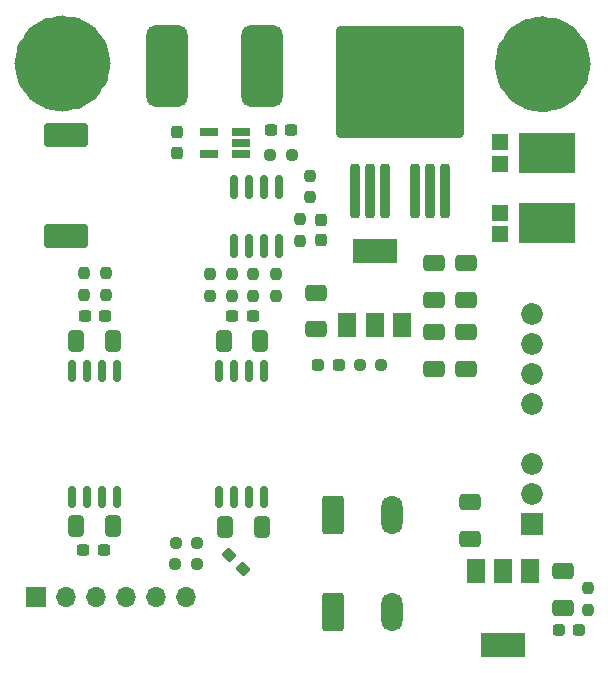
<source format=gbr>
%TF.GenerationSoftware,KiCad,Pcbnew,7.0.5*%
%TF.CreationDate,2025-04-14T03:26:47-04:00*%
%TF.ProjectId,okay_this_one_is_not_work,6f6b6179-5f74-4686-9973-5f6f6e655f69,rev?*%
%TF.SameCoordinates,Original*%
%TF.FileFunction,Soldermask,Top*%
%TF.FilePolarity,Negative*%
%FSLAX46Y46*%
G04 Gerber Fmt 4.6, Leading zero omitted, Abs format (unit mm)*
G04 Created by KiCad (PCBNEW 7.0.5) date 2025-04-14 03:26:47*
%MOMM*%
%LPD*%
G01*
G04 APERTURE LIST*
G04 Aperture macros list*
%AMRoundRect*
0 Rectangle with rounded corners*
0 $1 Rounding radius*
0 $2 $3 $4 $5 $6 $7 $8 $9 X,Y pos of 4 corners*
0 Add a 4 corners polygon primitive as box body*
4,1,4,$2,$3,$4,$5,$6,$7,$8,$9,$2,$3,0*
0 Add four circle primitives for the rounded corners*
1,1,$1+$1,$2,$3*
1,1,$1+$1,$4,$5*
1,1,$1+$1,$6,$7*
1,1,$1+$1,$8,$9*
0 Add four rect primitives between the rounded corners*
20,1,$1+$1,$2,$3,$4,$5,0*
20,1,$1+$1,$4,$5,$6,$7,0*
20,1,$1+$1,$6,$7,$8,$9,0*
20,1,$1+$1,$8,$9,$2,$3,0*%
G04 Aperture macros list end*
%ADD10C,4.066707*%
%ADD11R,1.700000X1.700000*%
%ADD12O,1.700000X1.700000*%
%ADD13R,1.500000X2.000000*%
%ADD14R,3.800000X2.000000*%
%ADD15RoundRect,0.250000X-0.650000X0.412500X-0.650000X-0.412500X0.650000X-0.412500X0.650000X0.412500X0*%
%ADD16RoundRect,0.250000X-0.650000X-1.400000X0.650000X-1.400000X0.650000X1.400000X-0.650000X1.400000X0*%
%ADD17O,1.800000X3.300000*%
%ADD18RoundRect,0.250000X0.650000X-0.412500X0.650000X0.412500X-0.650000X0.412500X-0.650000X-0.412500X0*%
%ADD19RoundRect,0.237500X-0.237500X0.250000X-0.237500X-0.250000X0.237500X-0.250000X0.237500X0.250000X0*%
%ADD20RoundRect,0.237500X-0.287500X-0.237500X0.287500X-0.237500X0.287500X0.237500X-0.287500X0.237500X0*%
%ADD21RoundRect,0.150000X0.150000X-0.750000X0.150000X0.750000X-0.150000X0.750000X-0.150000X-0.750000X0*%
%ADD22RoundRect,0.250002X5.149998X-4.449998X5.149998X4.449998X-5.149998X4.449998X-5.149998X-4.449998X0*%
%ADD23RoundRect,0.200000X0.200000X-2.100000X0.200000X2.100000X-0.200000X2.100000X-0.200000X-2.100000X0*%
%ADD24RoundRect,0.150000X-0.150000X0.825000X-0.150000X-0.825000X0.150000X-0.825000X0.150000X0.825000X0*%
%ADD25RoundRect,0.150000X-0.150000X0.750000X-0.150000X-0.750000X0.150000X-0.750000X0.150000X0.750000X0*%
%ADD26R,1.560000X0.650000*%
%ADD27RoundRect,0.237500X0.250000X0.237500X-0.250000X0.237500X-0.250000X-0.237500X0.250000X-0.237500X0*%
%ADD28RoundRect,0.237500X-0.250000X-0.237500X0.250000X-0.237500X0.250000X0.237500X-0.250000X0.237500X0*%
%ADD29RoundRect,0.237500X0.237500X-0.250000X0.237500X0.250000X-0.237500X0.250000X-0.237500X-0.250000X0*%
%ADD30RoundRect,0.875000X-0.875000X-2.625000X0.875000X-2.625000X0.875000X2.625000X-0.875000X2.625000X0*%
%ADD31C,1.850000*%
%ADD32R,1.850000X1.850000*%
%ADD33RoundRect,0.250000X-1.625000X0.750000X-1.625000X-0.750000X1.625000X-0.750000X1.625000X0.750000X0*%
%ADD34R,1.400000X1.390000*%
%ADD35R,4.860000X3.360000*%
%ADD36RoundRect,0.250000X-0.412500X-0.650000X0.412500X-0.650000X0.412500X0.650000X-0.412500X0.650000X0*%
%ADD37RoundRect,0.237500X-0.237500X0.300000X-0.237500X-0.300000X0.237500X-0.300000X0.237500X0.300000X0*%
%ADD38RoundRect,0.237500X-0.380070X0.044194X0.044194X-0.380070X0.380070X-0.044194X-0.044194X0.380070X0*%
%ADD39RoundRect,0.237500X-0.300000X-0.237500X0.300000X-0.237500X0.300000X0.237500X-0.300000X0.237500X0*%
%ADD40RoundRect,0.237500X0.300000X0.237500X-0.300000X0.237500X-0.300000X-0.237500X0.300000X-0.237500X0*%
%ADD41RoundRect,0.250000X0.412500X0.650000X-0.412500X0.650000X-0.412500X-0.650000X0.412500X-0.650000X0*%
G04 APERTURE END LIST*
D10*
X29938147Y-22812298D02*
G75*
G03*
X29938147Y-22812298I-2033353J0D01*
G01*
X70589220Y-22868554D02*
G75*
G03*
X70589220Y-22868554I-2033353J0D01*
G01*
D11*
%TO.C,J1*%
X25633975Y-68011322D03*
D12*
X28173975Y-68011322D03*
X30713975Y-68011322D03*
X33253975Y-68011322D03*
X35793975Y-68011322D03*
X38333975Y-68011322D03*
%TD*%
D13*
%TO.C,U7*%
X67515489Y-65758813D03*
D14*
X65215489Y-72058813D03*
D13*
X65215489Y-65758813D03*
X62915489Y-65758813D03*
%TD*%
D15*
%TO.C,C18*%
X59384398Y-45530500D03*
X59384398Y-48655500D03*
%TD*%
D16*
%TO.C,J2*%
X50828198Y-61060500D03*
X50828198Y-69260500D03*
D17*
X55828198Y-61060500D03*
X55828198Y-69260500D03*
%TD*%
D15*
%TO.C,C17*%
X62096168Y-45525670D03*
X62096168Y-48650670D03*
%TD*%
D18*
%TO.C,C16*%
X62447327Y-63036954D03*
X62447327Y-59911954D03*
%TD*%
%TO.C,C15*%
X59333598Y-39713900D03*
X59333598Y-42838900D03*
%TD*%
D19*
%TO.C,R14*%
X72364585Y-67233606D03*
X72364585Y-69058606D03*
%TD*%
D20*
%TO.C,D4*%
X69918661Y-70810843D03*
X71668661Y-70810843D03*
%TD*%
D21*
%TO.C,U6*%
X41173403Y-48854600D03*
X42443403Y-48854600D03*
X43713403Y-48854600D03*
X44983403Y-48854600D03*
X44983403Y-59504600D03*
X43713403Y-59504600D03*
X42443403Y-59504600D03*
X41173403Y-59504600D03*
%TD*%
D22*
%TO.C,U5*%
X56458119Y-24417590D03*
D23*
X60268119Y-33567590D03*
X58998119Y-33567590D03*
X57728119Y-33567590D03*
X55188119Y-33567590D03*
X53918119Y-33567590D03*
X52648119Y-33567590D03*
%TD*%
D13*
%TO.C,U4*%
X56629798Y-44985200D03*
X54329798Y-44985200D03*
D14*
X54329798Y-38685200D03*
D13*
X52029798Y-44985200D03*
%TD*%
D24*
%TO.C,U3*%
X46242220Y-38236664D03*
X44972220Y-38236664D03*
X43702220Y-38236664D03*
X42432220Y-38236664D03*
X42432220Y-33286664D03*
X43702220Y-33286664D03*
X44972220Y-33286664D03*
X46242220Y-33286664D03*
%TD*%
D25*
%TO.C,U2*%
X32536598Y-59530000D03*
X31266598Y-59530000D03*
X29996598Y-59530000D03*
X28726598Y-59530000D03*
X28726598Y-48880000D03*
X29996598Y-48880000D03*
X31266598Y-48880000D03*
X32536598Y-48880000D03*
%TD*%
D26*
%TO.C,U1*%
X40302121Y-30477356D03*
X40302121Y-28577356D03*
X43002121Y-28577356D03*
X43002121Y-29527356D03*
X43002121Y-30477356D03*
%TD*%
D27*
%TO.C,R13*%
X54912098Y-48312200D03*
X53087098Y-48312200D03*
%TD*%
D28*
%TO.C,R12*%
X37466098Y-65203200D03*
X39291098Y-65203200D03*
%TD*%
%TO.C,R11*%
X37491498Y-63450600D03*
X39316498Y-63450600D03*
%TD*%
D19*
%TO.C,R10*%
X48036040Y-36010131D03*
X48036040Y-37835131D03*
%TD*%
%TO.C,R9*%
X45947798Y-40668700D03*
X45947798Y-42493700D03*
%TD*%
%TO.C,R8*%
X40359798Y-40668700D03*
X40359798Y-42493700D03*
%TD*%
D29*
%TO.C,R7*%
X44068198Y-42492795D03*
X44068198Y-40667795D03*
%TD*%
%TO.C,R6*%
X42213998Y-42493700D03*
X42213998Y-40668700D03*
%TD*%
D19*
%TO.C,R5*%
X29717198Y-40567100D03*
X29717198Y-42392100D03*
%TD*%
%TO.C,R4*%
X31596798Y-40567100D03*
X31596798Y-42392100D03*
%TD*%
D28*
%TO.C,R3*%
X47317498Y-30583000D03*
X45492498Y-30583000D03*
%TD*%
D29*
%TO.C,R2*%
X48845724Y-32323946D03*
X48845724Y-34148946D03*
%TD*%
D30*
%TO.C,R1*%
X44814602Y-22998776D03*
X36711711Y-22998776D03*
%TD*%
D31*
%TO.C,PS1*%
X67664798Y-44045000D03*
X67664798Y-46585000D03*
X67664798Y-49125000D03*
X67664798Y-51665000D03*
X67664798Y-56745000D03*
X67664798Y-59285000D03*
D32*
X67664798Y-61825000D03*
%TD*%
D33*
%TO.C,F1*%
X28177556Y-37378628D03*
X28177556Y-28878628D03*
%TD*%
D20*
%TO.C,D3*%
X49568598Y-48312200D03*
X51318598Y-48312200D03*
%TD*%
D34*
%TO.C,D2*%
X64919641Y-29472302D03*
X64919641Y-31312302D03*
D35*
X68901641Y-30392302D03*
%TD*%
D34*
%TO.C,D1*%
X64919641Y-35434960D03*
X64919641Y-37274960D03*
D35*
X68901641Y-36354960D03*
%TD*%
D36*
%TO.C,C14*%
X41642098Y-62053600D03*
X44767098Y-62053600D03*
%TD*%
%TO.C,C13*%
X41540498Y-46305600D03*
X44665498Y-46305600D03*
%TD*%
D37*
%TO.C,C12*%
X49785515Y-36060131D03*
X49785515Y-37785131D03*
%TD*%
D38*
%TO.C,C11*%
X41959718Y-64415520D03*
X43179478Y-65635280D03*
%TD*%
D39*
%TO.C,C10*%
X43990898Y-44222800D03*
X42265898Y-44222800D03*
%TD*%
D40*
%TO.C,C9*%
X31392498Y-64034800D03*
X29667498Y-64034800D03*
%TD*%
%TO.C,C8*%
X31494098Y-44222800D03*
X29769098Y-44222800D03*
%TD*%
D37*
%TO.C,C7*%
X37628328Y-28653193D03*
X37628328Y-30378193D03*
%TD*%
D39*
%TO.C,C6*%
X47242098Y-28449400D03*
X45517098Y-28449400D03*
%TD*%
D15*
%TO.C,C5*%
X49402198Y-45328100D03*
X49402198Y-42203100D03*
%TD*%
D18*
%TO.C,C4*%
X62061018Y-42842874D03*
X62061018Y-39717874D03*
%TD*%
%TO.C,C3*%
X70248512Y-68908813D03*
X70248512Y-65783813D03*
%TD*%
D41*
%TO.C,C2*%
X32143298Y-62002800D03*
X29018298Y-62002800D03*
%TD*%
%TO.C,C1*%
X32194098Y-46280200D03*
X29069098Y-46280200D03*
%TD*%
M02*

</source>
